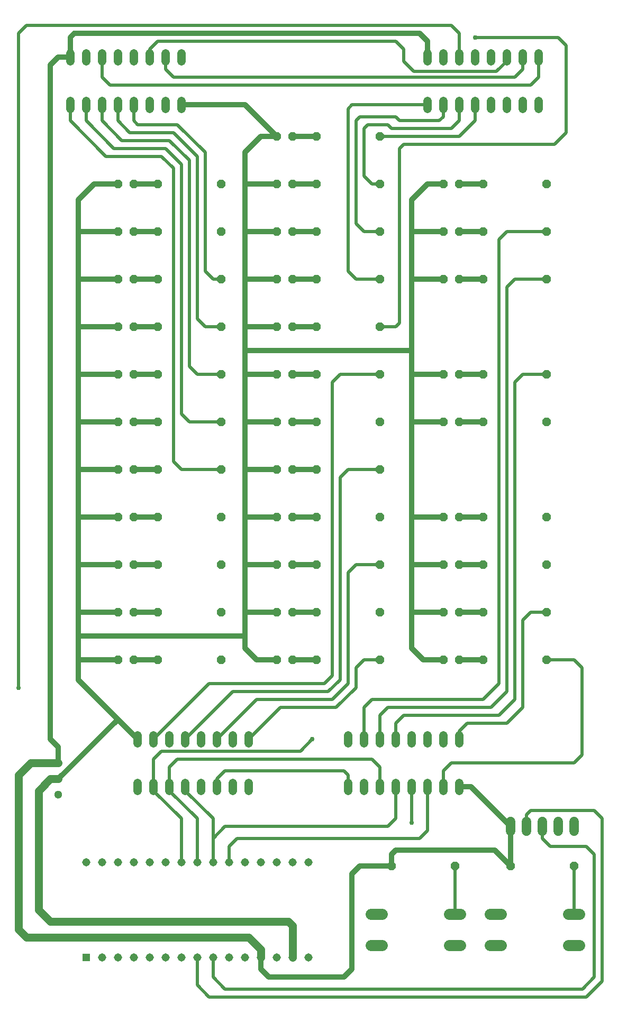
<source format=gtl>
G75*
%MOIN*%
%OFA0B0*%
%FSLAX25Y25*%
%IPPOS*%
%LPD*%
%AMOC8*
5,1,8,0,0,1.08239X$1,22.5*
%
%ADD10R,0.05150X0.05150*%
%ADD11C,0.05150*%
%ADD12C,0.07050*%
%ADD13OC8,0.05200*%
%ADD14C,0.06000*%
%ADD15C,0.05200*%
%ADD16C,0.05118*%
%ADD17C,0.03200*%
%ADD18C,0.05000*%
%ADD19C,0.02000*%
%ADD20C,0.02978*%
D10*
X0058500Y0033500D03*
D11*
X0068500Y0033500D03*
X0078500Y0033500D03*
X0088500Y0033500D03*
X0098500Y0033500D03*
X0108500Y0033500D03*
X0118500Y0033500D03*
X0128500Y0033500D03*
X0138500Y0033500D03*
X0148500Y0033500D03*
X0158500Y0033500D03*
X0168500Y0033500D03*
X0178500Y0033500D03*
X0188500Y0033500D03*
X0198500Y0033500D03*
X0198500Y0093500D03*
X0188500Y0093500D03*
X0178500Y0093500D03*
X0168500Y0093500D03*
X0158500Y0093500D03*
X0148500Y0093500D03*
X0138500Y0093500D03*
X0128500Y0093500D03*
X0118500Y0093500D03*
X0108500Y0093500D03*
X0098500Y0093500D03*
X0088500Y0093500D03*
X0078500Y0093500D03*
X0068500Y0093500D03*
X0058500Y0093500D03*
D12*
X0237875Y0060800D02*
X0244925Y0060800D01*
X0244925Y0041200D02*
X0237875Y0041200D01*
X0287075Y0041200D02*
X0294125Y0041200D01*
X0294125Y0060800D02*
X0287075Y0060800D01*
X0312875Y0060800D02*
X0319925Y0060800D01*
X0319925Y0041200D02*
X0312875Y0041200D01*
X0362075Y0041200D02*
X0369125Y0041200D01*
X0369125Y0060800D02*
X0362075Y0060800D01*
D13*
X0366000Y0091000D03*
X0326000Y0091000D03*
X0291000Y0091000D03*
X0251000Y0091000D03*
X0243500Y0221000D03*
X0243500Y0251000D03*
X0243500Y0281000D03*
X0243500Y0311000D03*
X0243500Y0341000D03*
X0243500Y0371000D03*
X0243500Y0401000D03*
X0243500Y0431000D03*
X0243500Y0461000D03*
X0243500Y0491000D03*
X0243500Y0521000D03*
X0243500Y0551000D03*
X0203500Y0551000D03*
X0188500Y0551000D03*
X0178500Y0551000D03*
X0178500Y0521000D03*
X0188500Y0521000D03*
X0203500Y0521000D03*
X0203500Y0491000D03*
X0188500Y0491000D03*
X0178500Y0491000D03*
X0178500Y0461000D03*
X0188500Y0461000D03*
X0203500Y0461000D03*
X0203500Y0431000D03*
X0188500Y0431000D03*
X0178500Y0431000D03*
X0178500Y0401000D03*
X0188500Y0401000D03*
X0203500Y0401000D03*
X0203500Y0371000D03*
X0188500Y0371000D03*
X0178500Y0371000D03*
X0178500Y0341000D03*
X0188500Y0341000D03*
X0203500Y0341000D03*
X0203500Y0311000D03*
X0188500Y0311000D03*
X0178500Y0311000D03*
X0178500Y0281000D03*
X0188500Y0281000D03*
X0203500Y0281000D03*
X0203500Y0251000D03*
X0188500Y0251000D03*
X0178500Y0251000D03*
X0178500Y0221000D03*
X0188500Y0221000D03*
X0203500Y0221000D03*
X0143500Y0221000D03*
X0143500Y0251000D03*
X0143500Y0281000D03*
X0143500Y0311000D03*
X0143500Y0341000D03*
X0143500Y0371000D03*
X0143500Y0401000D03*
X0143500Y0431000D03*
X0143500Y0461000D03*
X0143500Y0491000D03*
X0143500Y0521000D03*
X0103500Y0521000D03*
X0088500Y0521000D03*
X0078500Y0521000D03*
X0078500Y0491000D03*
X0088500Y0491000D03*
X0103500Y0491000D03*
X0103500Y0461000D03*
X0088500Y0461000D03*
X0078500Y0461000D03*
X0078500Y0431000D03*
X0088500Y0431000D03*
X0103500Y0431000D03*
X0103500Y0401000D03*
X0088500Y0401000D03*
X0078500Y0401000D03*
X0078500Y0371000D03*
X0088500Y0371000D03*
X0103500Y0371000D03*
X0103500Y0341000D03*
X0088500Y0341000D03*
X0078500Y0341000D03*
X0078500Y0311000D03*
X0088500Y0311000D03*
X0103500Y0311000D03*
X0103500Y0281000D03*
X0088500Y0281000D03*
X0078500Y0281000D03*
X0078500Y0251000D03*
X0088500Y0251000D03*
X0103500Y0251000D03*
X0103500Y0221000D03*
X0088500Y0221000D03*
X0078500Y0221000D03*
X0283500Y0221000D03*
X0293500Y0221000D03*
X0308500Y0221000D03*
X0308500Y0251000D03*
X0293500Y0251000D03*
X0283500Y0251000D03*
X0283500Y0281000D03*
X0293500Y0281000D03*
X0308500Y0281000D03*
X0308500Y0311000D03*
X0293500Y0311000D03*
X0283500Y0311000D03*
X0283500Y0371000D03*
X0293500Y0371000D03*
X0308500Y0371000D03*
X0308500Y0401000D03*
X0293500Y0401000D03*
X0283500Y0401000D03*
X0283500Y0461000D03*
X0293500Y0461000D03*
X0308500Y0461000D03*
X0308500Y0491000D03*
X0293500Y0491000D03*
X0283500Y0491000D03*
X0283500Y0521000D03*
X0293500Y0521000D03*
X0308500Y0521000D03*
X0348500Y0521000D03*
X0348500Y0491000D03*
X0348500Y0461000D03*
X0348500Y0401000D03*
X0348500Y0371000D03*
X0348500Y0311000D03*
X0348500Y0281000D03*
X0348500Y0251000D03*
X0348500Y0221000D03*
D14*
X0346000Y0119000D02*
X0346000Y0113000D01*
X0356000Y0113000D02*
X0356000Y0119000D01*
X0366000Y0119000D02*
X0366000Y0113000D01*
X0336000Y0113000D02*
X0336000Y0119000D01*
X0326000Y0119000D02*
X0326000Y0113000D01*
D15*
X0293500Y0138400D02*
X0293500Y0143600D01*
X0283500Y0143600D02*
X0283500Y0138400D01*
X0273500Y0138400D02*
X0273500Y0143600D01*
X0263500Y0143600D02*
X0263500Y0138400D01*
X0253500Y0138400D02*
X0253500Y0143600D01*
X0243500Y0143600D02*
X0243500Y0138400D01*
X0233500Y0138400D02*
X0233500Y0143600D01*
X0223500Y0143600D02*
X0223500Y0138400D01*
X0223500Y0168400D02*
X0223500Y0173600D01*
X0233500Y0173600D02*
X0233500Y0168400D01*
X0243500Y0168400D02*
X0243500Y0173600D01*
X0253500Y0173600D02*
X0253500Y0168400D01*
X0263500Y0168400D02*
X0263500Y0173600D01*
X0273500Y0173600D02*
X0273500Y0168400D01*
X0283500Y0168400D02*
X0283500Y0173600D01*
X0293500Y0173600D02*
X0293500Y0168400D01*
X0161000Y0168400D02*
X0161000Y0173600D01*
X0151000Y0173600D02*
X0151000Y0168400D01*
X0141000Y0168400D02*
X0141000Y0173600D01*
X0131000Y0173600D02*
X0131000Y0168400D01*
X0121000Y0168400D02*
X0121000Y0173600D01*
X0111000Y0173600D02*
X0111000Y0168400D01*
X0101000Y0168400D02*
X0101000Y0173600D01*
X0091000Y0173600D02*
X0091000Y0168400D01*
X0091000Y0143600D02*
X0091000Y0138400D01*
X0101000Y0138400D02*
X0101000Y0143600D01*
X0111000Y0143600D02*
X0111000Y0138400D01*
X0121000Y0138400D02*
X0121000Y0143600D01*
X0131000Y0143600D02*
X0131000Y0138400D01*
X0141000Y0138400D02*
X0141000Y0143600D01*
X0151000Y0143600D02*
X0151000Y0138400D01*
X0161000Y0138400D02*
X0161000Y0143600D01*
X0118500Y0568400D02*
X0118500Y0573600D01*
X0108500Y0573600D02*
X0108500Y0568400D01*
X0098500Y0568400D02*
X0098500Y0573600D01*
X0088500Y0573600D02*
X0088500Y0568400D01*
X0078500Y0568400D02*
X0078500Y0573600D01*
X0068500Y0573600D02*
X0068500Y0568400D01*
X0058500Y0568400D02*
X0058500Y0573600D01*
X0048500Y0573600D02*
X0048500Y0568400D01*
X0048500Y0598400D02*
X0048500Y0603600D01*
X0058500Y0603600D02*
X0058500Y0598400D01*
X0068500Y0598400D02*
X0068500Y0603600D01*
X0078500Y0603600D02*
X0078500Y0598400D01*
X0088500Y0598400D02*
X0088500Y0603600D01*
X0098500Y0603600D02*
X0098500Y0598400D01*
X0108500Y0598400D02*
X0108500Y0603600D01*
X0118500Y0603600D02*
X0118500Y0598400D01*
X0273500Y0598400D02*
X0273500Y0603600D01*
X0283500Y0603600D02*
X0283500Y0598400D01*
X0293500Y0598400D02*
X0293500Y0603600D01*
X0303500Y0603600D02*
X0303500Y0598400D01*
X0313500Y0598400D02*
X0313500Y0603600D01*
X0323500Y0603600D02*
X0323500Y0598400D01*
X0333500Y0598400D02*
X0333500Y0603600D01*
X0343500Y0603600D02*
X0343500Y0598400D01*
X0343500Y0573600D02*
X0343500Y0568400D01*
X0333500Y0568400D02*
X0333500Y0573600D01*
X0323500Y0573600D02*
X0323500Y0568400D01*
X0313500Y0568400D02*
X0313500Y0573600D01*
X0303500Y0573600D02*
X0303500Y0568400D01*
X0293500Y0568400D02*
X0293500Y0573600D01*
X0283500Y0573600D02*
X0283500Y0568400D01*
X0273500Y0568400D02*
X0273500Y0573600D01*
D16*
X0041000Y0156000D03*
X0041000Y0146000D03*
X0041000Y0136000D03*
D17*
X0041000Y0146000D02*
X0078500Y0183500D01*
X0091000Y0171000D01*
X0078500Y0183500D02*
X0053500Y0208500D01*
X0053500Y0221000D01*
X0078500Y0221000D01*
X0088500Y0221000D02*
X0103500Y0221000D01*
X0103500Y0251000D02*
X0088500Y0251000D01*
X0078500Y0251000D02*
X0053500Y0251000D01*
X0053500Y0236000D01*
X0158500Y0236000D01*
X0158500Y0228500D01*
X0166000Y0221000D01*
X0178500Y0221000D01*
X0188500Y0221000D02*
X0203500Y0221000D01*
X0203500Y0251000D02*
X0188500Y0251000D01*
X0178500Y0251000D02*
X0158500Y0251000D01*
X0158500Y0236000D01*
X0158500Y0251000D02*
X0158500Y0281000D01*
X0178500Y0281000D01*
X0188500Y0281000D02*
X0203500Y0281000D01*
X0203500Y0311000D02*
X0188500Y0311000D01*
X0178500Y0311000D02*
X0158500Y0311000D01*
X0158500Y0281000D01*
X0158500Y0311000D02*
X0158500Y0341000D01*
X0178500Y0341000D01*
X0188500Y0341000D02*
X0203500Y0341000D01*
X0203500Y0371000D02*
X0188500Y0371000D01*
X0178500Y0371000D02*
X0158500Y0371000D01*
X0158500Y0341000D01*
X0158500Y0371000D02*
X0158500Y0401000D01*
X0178500Y0401000D01*
X0188500Y0401000D02*
X0203500Y0401000D01*
X0203500Y0431000D02*
X0188500Y0431000D01*
X0178500Y0431000D02*
X0158500Y0431000D01*
X0158500Y0416000D01*
X0263500Y0416000D01*
X0263500Y0401000D01*
X0283500Y0401000D01*
X0293500Y0401000D02*
X0308500Y0401000D01*
X0308500Y0371000D02*
X0293500Y0371000D01*
X0283500Y0371000D02*
X0263500Y0371000D01*
X0263500Y0311000D01*
X0283500Y0311000D01*
X0293500Y0311000D02*
X0308500Y0311000D01*
X0308500Y0281000D02*
X0293500Y0281000D01*
X0283500Y0281000D02*
X0263500Y0281000D01*
X0263500Y0251000D01*
X0283500Y0251000D01*
X0293500Y0251000D02*
X0308500Y0251000D01*
X0308500Y0221000D02*
X0293500Y0221000D01*
X0283500Y0221000D02*
X0271000Y0221000D01*
X0263500Y0228500D01*
X0263500Y0251000D01*
X0263500Y0281000D02*
X0263500Y0311000D01*
X0263500Y0371000D02*
X0263500Y0401000D01*
X0263500Y0416000D02*
X0263500Y0461000D01*
X0283500Y0461000D01*
X0293500Y0461000D02*
X0308500Y0461000D01*
X0308500Y0491000D02*
X0293500Y0491000D01*
X0283500Y0491000D02*
X0263500Y0491000D01*
X0263500Y0461000D01*
X0263500Y0491000D02*
X0263500Y0511000D01*
X0273500Y0521000D01*
X0283500Y0521000D01*
X0293500Y0521000D02*
X0308500Y0521000D01*
X0273500Y0601000D02*
X0273500Y0611000D01*
X0268500Y0616000D01*
X0051000Y0616000D01*
X0048500Y0613500D01*
X0048500Y0601000D01*
X0041000Y0601000D01*
X0036000Y0596000D01*
X0036000Y0171000D01*
X0041000Y0166000D01*
X0041000Y0156000D01*
X0053500Y0221000D02*
X0053500Y0236000D01*
X0053500Y0251000D02*
X0053500Y0281000D01*
X0078500Y0281000D01*
X0088500Y0281000D02*
X0103500Y0281000D01*
X0103500Y0311000D02*
X0088500Y0311000D01*
X0078500Y0311000D02*
X0053500Y0311000D01*
X0053500Y0281000D01*
X0053500Y0311000D02*
X0053500Y0341000D01*
X0078500Y0341000D01*
X0088500Y0341000D02*
X0103500Y0341000D01*
X0103500Y0371000D02*
X0088500Y0371000D01*
X0078500Y0371000D02*
X0053500Y0371000D01*
X0053500Y0341000D01*
X0053500Y0371000D02*
X0053500Y0401000D01*
X0078500Y0401000D01*
X0088500Y0401000D02*
X0103500Y0401000D01*
X0103500Y0431000D02*
X0088500Y0431000D01*
X0078500Y0431000D02*
X0053500Y0431000D01*
X0053500Y0401000D01*
X0053500Y0431000D02*
X0053500Y0461000D01*
X0078500Y0461000D01*
X0088500Y0461000D02*
X0103500Y0461000D01*
X0103500Y0491000D02*
X0088500Y0491000D01*
X0078500Y0491000D02*
X0053500Y0491000D01*
X0053500Y0461000D01*
X0053500Y0491000D02*
X0053500Y0511000D01*
X0063500Y0521000D01*
X0078500Y0521000D01*
X0088500Y0521000D02*
X0103500Y0521000D01*
X0118500Y0571000D02*
X0158500Y0571000D01*
X0178500Y0551000D01*
X0168500Y0551000D01*
X0158500Y0541000D01*
X0158500Y0521000D01*
X0178500Y0521000D01*
X0188500Y0521000D02*
X0203500Y0521000D01*
X0203500Y0491000D02*
X0188500Y0491000D01*
X0178500Y0491000D02*
X0158500Y0491000D01*
X0158500Y0461000D01*
X0178500Y0461000D01*
X0188500Y0461000D02*
X0203500Y0461000D01*
X0158500Y0461000D02*
X0158500Y0431000D01*
X0158500Y0416000D02*
X0158500Y0401000D01*
X0158500Y0491000D02*
X0158500Y0521000D01*
X0188500Y0551000D02*
X0203500Y0551000D01*
X0293500Y0141000D02*
X0301000Y0141000D01*
X0326000Y0116000D01*
X0326000Y0091000D01*
X0316000Y0101000D01*
X0253500Y0101000D01*
X0251000Y0098500D01*
X0251000Y0091000D01*
X0231000Y0091000D01*
X0226000Y0086000D01*
X0226000Y0026000D01*
X0221000Y0021000D01*
X0173500Y0021000D01*
X0168500Y0026000D01*
X0168500Y0033500D01*
D18*
X0021000Y0046000D02*
X0016000Y0051000D01*
X0016000Y0148500D01*
X0023500Y0156000D01*
X0041000Y0156000D01*
X0041000Y0146000D02*
X0036000Y0146000D01*
X0028500Y0138500D01*
X0028500Y0063500D01*
X0036000Y0056000D01*
X0186000Y0056000D01*
X0188500Y0053500D01*
X0188500Y0033500D01*
X0168500Y0033500D02*
X0168500Y0038500D01*
X0161000Y0046000D01*
X0021000Y0046000D01*
D19*
X0101000Y0138500D02*
X0101000Y0141000D01*
X0101000Y0158500D01*
X0106000Y0163500D01*
X0193500Y0163500D01*
X0201000Y0171000D01*
X0216000Y0191000D02*
X0181000Y0191000D01*
X0161000Y0171000D01*
X0141000Y0171000D02*
X0166000Y0196000D01*
X0213500Y0196000D01*
X0223500Y0206000D01*
X0223500Y0276000D01*
X0228500Y0281000D01*
X0243500Y0281000D01*
X0243500Y0341000D02*
X0223500Y0341000D01*
X0218500Y0336000D01*
X0218500Y0208500D01*
X0211000Y0201000D01*
X0151000Y0201000D01*
X0121000Y0171000D01*
X0116000Y0158500D02*
X0111000Y0153500D01*
X0111000Y0141000D01*
X0111000Y0138500D01*
X0128500Y0121000D01*
X0128500Y0093500D01*
X0138500Y0093500D02*
X0138500Y0108500D01*
X0146000Y0116000D01*
X0248500Y0116000D01*
X0253500Y0121000D01*
X0253500Y0141000D01*
X0263500Y0141000D02*
X0263500Y0118500D01*
X0268500Y0108500D02*
X0273500Y0113500D01*
X0273500Y0141000D01*
X0283500Y0141000D02*
X0283500Y0151000D01*
X0288500Y0156000D01*
X0366000Y0156000D01*
X0371000Y0161000D01*
X0371000Y0216000D01*
X0366000Y0221000D01*
X0348500Y0221000D01*
X0333500Y0246000D02*
X0333500Y0191000D01*
X0323500Y0181000D01*
X0298500Y0181000D01*
X0293500Y0176000D01*
X0293500Y0171000D01*
X0308500Y0196000D02*
X0238500Y0196000D01*
X0233500Y0191000D01*
X0233500Y0171000D01*
X0243500Y0171000D02*
X0243500Y0186000D01*
X0248500Y0191000D01*
X0313500Y0191000D01*
X0323500Y0201000D01*
X0323500Y0456000D01*
X0328500Y0461000D01*
X0348500Y0461000D01*
X0348500Y0491000D02*
X0323500Y0491000D01*
X0318500Y0486000D01*
X0318500Y0206000D01*
X0308500Y0196000D01*
X0318500Y0186000D02*
X0258500Y0186000D01*
X0253500Y0181000D01*
X0253500Y0171000D01*
X0238500Y0158500D02*
X0243500Y0153500D01*
X0243500Y0141000D01*
X0238500Y0158500D02*
X0116000Y0158500D01*
X0121000Y0141000D02*
X0121000Y0138500D01*
X0138500Y0121000D01*
X0138500Y0108500D01*
X0148500Y0103500D02*
X0153500Y0108500D01*
X0268500Y0108500D01*
X0291000Y0091000D02*
X0291000Y0061200D01*
X0290600Y0060800D01*
X0336000Y0116000D02*
X0336000Y0123500D01*
X0338500Y0126000D01*
X0378500Y0126000D01*
X0383500Y0121000D01*
X0383500Y0018500D01*
X0373500Y0008500D01*
X0136000Y0008500D01*
X0128500Y0016000D01*
X0128500Y0033500D01*
X0138500Y0033500D02*
X0138500Y0021000D01*
X0145900Y0013600D01*
X0371100Y0013600D01*
X0378500Y0021000D01*
X0378500Y0098500D01*
X0373500Y0103500D01*
X0351000Y0103500D01*
X0346000Y0108500D01*
X0346000Y0116000D01*
X0346000Y0111000D01*
X0366000Y0091000D02*
X0366000Y0061200D01*
X0365600Y0060800D01*
X0318500Y0186000D02*
X0328500Y0196000D01*
X0328500Y0396000D01*
X0333500Y0401000D01*
X0348500Y0401000D01*
X0353500Y0546000D02*
X0258500Y0546000D01*
X0256000Y0543500D01*
X0256000Y0433500D01*
X0253500Y0431000D01*
X0243500Y0431000D01*
X0243500Y0461000D02*
X0228500Y0461000D01*
X0223500Y0466000D01*
X0223500Y0568500D01*
X0226000Y0571000D01*
X0273500Y0571000D01*
X0283500Y0571000D02*
X0283500Y0563500D01*
X0281000Y0561000D01*
X0256000Y0561000D01*
X0253500Y0563500D01*
X0231000Y0563500D01*
X0228500Y0561000D01*
X0228500Y0496000D01*
X0233500Y0491000D01*
X0243500Y0491000D01*
X0243500Y0521000D02*
X0238500Y0521000D01*
X0233500Y0526000D01*
X0233500Y0556000D01*
X0236000Y0558500D01*
X0248500Y0558500D01*
X0251000Y0556000D01*
X0288500Y0556000D01*
X0293500Y0561000D01*
X0293500Y0571000D01*
X0303500Y0571000D02*
X0303500Y0561000D01*
X0293500Y0551000D01*
X0243500Y0551000D01*
X0265000Y0592000D02*
X0317000Y0592000D01*
X0323500Y0598500D01*
X0323500Y0601000D01*
X0333500Y0593500D02*
X0328500Y0588500D01*
X0113500Y0588500D01*
X0108500Y0593500D01*
X0108500Y0601000D01*
X0103500Y0611000D02*
X0253500Y0611000D01*
X0258500Y0606000D01*
X0258500Y0598500D01*
X0265000Y0592000D01*
X0293500Y0616000D02*
X0288500Y0621000D01*
X0021000Y0621000D01*
X0016000Y0616000D01*
X0016000Y0203500D01*
X0101000Y0171000D02*
X0136000Y0206000D01*
X0208500Y0206000D01*
X0213500Y0211000D01*
X0213500Y0396000D01*
X0218500Y0401000D01*
X0243500Y0401000D01*
X0338500Y0251000D02*
X0348500Y0251000D01*
X0338500Y0251000D02*
X0333500Y0246000D01*
X0243500Y0221000D02*
X0233500Y0221000D01*
X0228500Y0216000D01*
X0228500Y0203500D01*
X0216000Y0191000D01*
X0221000Y0151000D02*
X0223500Y0148500D01*
X0223500Y0141000D01*
X0221000Y0151000D02*
X0146000Y0151000D01*
X0141000Y0146000D01*
X0141000Y0141000D01*
X0118500Y0121000D02*
X0101000Y0138500D01*
X0118500Y0121000D02*
X0118500Y0093500D01*
X0148500Y0093500D02*
X0148500Y0103500D01*
X0143500Y0341000D02*
X0118500Y0341000D01*
X0113500Y0346000D01*
X0113500Y0531000D01*
X0106000Y0538500D01*
X0071000Y0538500D01*
X0048500Y0561000D01*
X0048500Y0571000D01*
X0058500Y0571000D02*
X0058500Y0561000D01*
X0076000Y0543500D01*
X0108500Y0543500D01*
X0118500Y0533500D01*
X0118500Y0376000D01*
X0123500Y0371000D01*
X0143500Y0371000D01*
X0143500Y0401000D02*
X0128500Y0401000D01*
X0123500Y0406000D01*
X0123500Y0536000D01*
X0111000Y0548500D01*
X0081000Y0548500D01*
X0068500Y0561000D01*
X0068500Y0571000D01*
X0078500Y0571000D02*
X0078500Y0561000D01*
X0086000Y0553500D01*
X0113500Y0553500D01*
X0128500Y0538500D01*
X0128500Y0436000D01*
X0133500Y0431000D01*
X0143500Y0431000D01*
X0143500Y0461000D02*
X0138500Y0461000D01*
X0133500Y0466000D01*
X0133500Y0541000D01*
X0116000Y0558500D01*
X0091000Y0558500D01*
X0088500Y0561000D01*
X0088500Y0571000D01*
X0073500Y0583500D02*
X0068500Y0588500D01*
X0068500Y0601000D01*
X0073500Y0583500D02*
X0338500Y0583500D01*
X0343500Y0588500D01*
X0343500Y0601000D01*
X0333500Y0601000D02*
X0333500Y0593500D01*
X0356000Y0613500D02*
X0303500Y0613500D01*
X0293500Y0616000D02*
X0293500Y0601000D01*
X0356000Y0613500D02*
X0361000Y0608500D01*
X0361000Y0553500D01*
X0353500Y0546000D01*
X0103500Y0611000D02*
X0098500Y0606000D01*
X0098500Y0601000D01*
D20*
X0303500Y0613500D03*
X0201000Y0171000D03*
X0263500Y0118500D03*
X0016000Y0203500D03*
M02*

</source>
